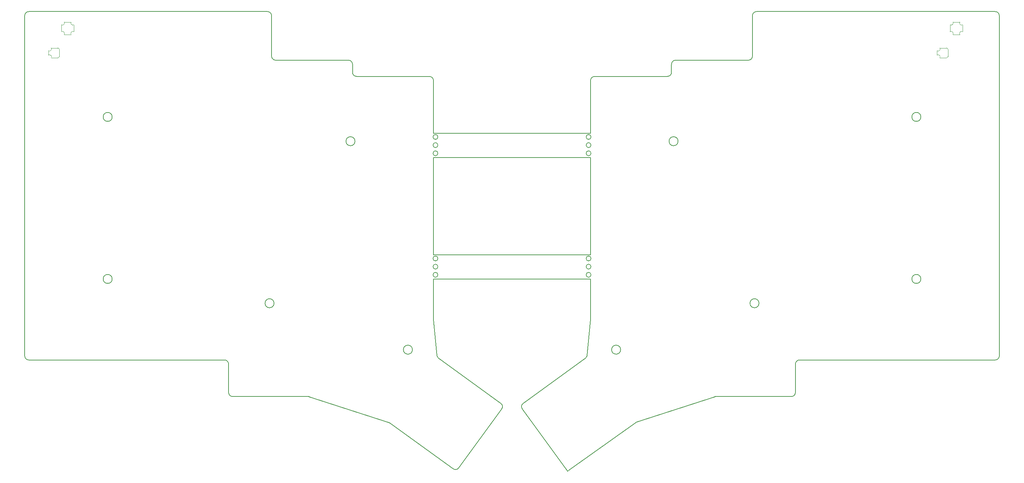
<source format=gm1>
%TF.GenerationSoftware,KiCad,Pcbnew,8.0.1*%
%TF.CreationDate,2024-04-22T06:21:47+12:00*%
%TF.ProjectId,main routed,6d61696e-2072-46f7-9574-65642e6b6963,v1.0.0*%
%TF.SameCoordinates,Original*%
%TF.FileFunction,Profile,NP*%
%FSLAX46Y46*%
G04 Gerber Fmt 4.6, Leading zero omitted, Abs format (unit mm)*
G04 Created by KiCad (PCBNEW 8.0.1) date 2024-04-22 06:21:47*
%MOMM*%
%LPD*%
G01*
G04 APERTURE LIST*
%TA.AperFunction,Profile*%
%ADD10C,0.150000*%
%TD*%
%TA.AperFunction,Profile*%
%ADD11C,0.120000*%
%TD*%
G04 APERTURE END LIST*
D10*
X166632000Y-93967600D02*
G75*
G02*
X165432000Y-93967600I-600000J0D01*
G01*
X165432000Y-93967600D02*
G75*
G02*
X166632000Y-93967600I600000J0D01*
G01*
X177475521Y-134131880D02*
X161315642Y-145689166D01*
X29352257Y-118785600D02*
X77132257Y-118785600D01*
X129240257Y-95967600D02*
G75*
G02*
X128040257Y-95967600I-600000J0D01*
G01*
X128040257Y-95967600D02*
G75*
G02*
X129240257Y-95967600I600000J0D01*
G01*
X128156663Y-108926382D02*
G75*
G02*
X128152256Y-108832610I995537J93782D01*
G01*
X206040000Y-44481200D02*
G75*
G02*
X205040000Y-45481200I-1000000J0D01*
G01*
X186280000Y-48443600D02*
G75*
G02*
X185280000Y-49443600I-1000000J0D01*
G01*
X216540000Y-119785600D02*
G75*
G02*
X217540000Y-118785600I1000000J0D01*
G01*
X88632257Y-44481200D02*
X88632257Y-34594000D01*
X29352257Y-118785600D02*
G75*
G02*
X28352300Y-117785600I43J1000000D01*
G01*
X107392257Y-45481200D02*
X89632257Y-45481200D01*
X129240257Y-68249600D02*
G75*
G02*
X128040257Y-68249600I-600000J0D01*
G01*
X128040257Y-68249600D02*
G75*
G02*
X129240257Y-68249600I600000J0D01*
G01*
X89232257Y-104917200D02*
G75*
G02*
X87032257Y-104917200I-1100000J0D01*
G01*
X87032257Y-104917200D02*
G75*
G02*
X89232257Y-104917200I1100000J0D01*
G01*
X87632257Y-33594000D02*
G75*
G02*
X88632300Y-34594000I43J-1000000D01*
G01*
X166632000Y-66249600D02*
G75*
G02*
X165432000Y-66249600I-600000J0D01*
G01*
X165432000Y-66249600D02*
G75*
G02*
X166632000Y-66249600I600000J0D01*
G01*
X247160000Y-59349600D02*
G75*
G02*
X244960000Y-59349600I-1100000J0D01*
G01*
X244960000Y-59349600D02*
G75*
G02*
X247160000Y-59349600I1100000J0D01*
G01*
X97819542Y-127729200D02*
X97802618Y-127781287D01*
X108392257Y-48443600D02*
X108392257Y-46481200D01*
X206040000Y-34594000D02*
X206040000Y-44481200D01*
X129240257Y-64249600D02*
G75*
G02*
X128040257Y-64249600I-600000J0D01*
G01*
X128040257Y-64249600D02*
G75*
G02*
X129240257Y-64249600I600000J0D01*
G01*
X165291166Y-118311800D02*
X150074949Y-129367029D01*
X177748226Y-133994211D02*
X196869639Y-127781287D01*
X166520000Y-63349600D02*
X166520000Y-50443600D01*
X185280000Y-49443600D02*
X167520000Y-49443600D01*
X128152257Y-63349600D02*
X128152257Y-50443600D01*
X216540000Y-126729200D02*
G75*
G02*
X215540000Y-127729200I-1000000J0D01*
G01*
X266320000Y-117785600D02*
X266320000Y-34594000D01*
X109392257Y-49443600D02*
G75*
G02*
X108392300Y-48443600I43J1000000D01*
G01*
X128152257Y-69255600D02*
X166520000Y-69255600D01*
X78132257Y-119785600D02*
X78132257Y-126729200D01*
X173850397Y-116264890D02*
G75*
G02*
X171650397Y-116264890I-1100000J0D01*
G01*
X171650397Y-116264890D02*
G75*
G02*
X173850397Y-116264890I1100000J0D01*
G01*
X166520000Y-63349600D02*
X128152257Y-63349600D01*
X29352257Y-33594000D02*
X87632257Y-33594000D01*
X117380974Y-134142681D02*
G75*
G02*
X117659738Y-134284726I-309074J-951119D01*
G01*
X128152257Y-98973600D02*
X166520000Y-98973600D01*
X129240257Y-93967600D02*
G75*
G02*
X128040257Y-93967600I-600000J0D01*
G01*
X128040257Y-93967600D02*
G75*
G02*
X129240257Y-93967600I600000J0D01*
G01*
X129240257Y-66249600D02*
G75*
G02*
X128040257Y-66249600I-600000J0D01*
G01*
X128040257Y-66249600D02*
G75*
G02*
X129240257Y-66249600I600000J0D01*
G01*
X97802618Y-127781287D02*
X117380974Y-134142681D01*
X49712257Y-59349600D02*
G75*
G02*
X47512257Y-59349600I-1100000J0D01*
G01*
X47512257Y-59349600D02*
G75*
G02*
X49712257Y-59349600I1100000J0D01*
G01*
X149853717Y-130763831D02*
X160911133Y-145983059D01*
X186280000Y-46481200D02*
G75*
G02*
X187280000Y-45481200I1000000J0D01*
G01*
X165698974Y-117596555D02*
G75*
G02*
X165291168Y-118311803I-995574J93755D01*
G01*
X127152257Y-49443600D02*
G75*
G02*
X128152300Y-50443600I43J-1000000D01*
G01*
X77132257Y-118785600D02*
G75*
G02*
X78132300Y-119785600I43J-1000000D01*
G01*
X186280000Y-46481200D02*
X186280000Y-48443600D01*
X49712257Y-98973600D02*
G75*
G02*
X47512257Y-98973600I-1100000J0D01*
G01*
X47512257Y-98973600D02*
G75*
G02*
X49712257Y-98973600I1100000J0D01*
G01*
X144597309Y-129367029D02*
X129381091Y-118311800D01*
X166632000Y-64249600D02*
G75*
G02*
X165432000Y-64249600I-600000J0D01*
G01*
X165432000Y-64249600D02*
G75*
G02*
X166632000Y-64249600I600000J0D01*
G01*
X117659742Y-134284720D02*
X132952107Y-145395274D01*
X217540000Y-118785600D02*
X265320000Y-118785600D01*
X166520000Y-108832610D02*
X166520000Y-98973600D01*
X144597309Y-129367030D02*
G75*
G02*
X144818484Y-130763790I-587809J-808970D01*
G01*
X166520000Y-93067600D02*
X166520000Y-69255600D01*
X166520000Y-50443600D02*
G75*
G02*
X167520000Y-49443600I1000000J0D01*
G01*
X79132257Y-127729200D02*
G75*
G02*
X78132300Y-126729200I43J1000000D01*
G01*
X166632000Y-95967600D02*
G75*
G02*
X165432000Y-95967600I-600000J0D01*
G01*
X165432000Y-95967600D02*
G75*
G02*
X166632000Y-95967600I600000J0D01*
G01*
X177475521Y-134131880D02*
G75*
G02*
X177748223Y-133994201I581779J-813420D01*
G01*
X266320000Y-117785600D02*
G75*
G02*
X265320000Y-118785600I-1000000J0D01*
G01*
X160911133Y-145983059D02*
X161315642Y-145689166D01*
X123021860Y-116264890D02*
G75*
G02*
X120821860Y-116264890I-1100000J0D01*
G01*
X120821860Y-116264890D02*
G75*
G02*
X123021860Y-116264890I1100000J0D01*
G01*
X149853717Y-130763831D02*
G75*
G02*
X150074916Y-129366983I808983J587831D01*
G01*
X28352257Y-117785600D02*
X28352257Y-34594000D01*
X28352257Y-34594000D02*
G75*
G02*
X29352257Y-33593957I1000043J0D01*
G01*
X79132257Y-127729200D02*
X97819542Y-127729200D01*
X187880000Y-65293200D02*
G75*
G02*
X185680000Y-65293200I-1100000J0D01*
G01*
X185680000Y-65293200D02*
G75*
G02*
X187880000Y-65293200I1100000J0D01*
G01*
X166632000Y-97967600D02*
G75*
G02*
X165432000Y-97967600I-600000J0D01*
G01*
X165432000Y-97967600D02*
G75*
G02*
X166632000Y-97967600I600000J0D01*
G01*
X107392257Y-45481200D02*
G75*
G02*
X108392300Y-46481200I43J-1000000D01*
G01*
X128152257Y-108832610D02*
X128152257Y-98973600D01*
X129240257Y-97967600D02*
G75*
G02*
X128040257Y-97967600I-600000J0D01*
G01*
X128040257Y-97967600D02*
G75*
G02*
X129240257Y-97967600I600000J0D01*
G01*
X166520000Y-93067600D02*
X128152257Y-93067600D01*
X216540000Y-126729200D02*
X216540000Y-119785600D01*
X207040000Y-33594000D02*
X265320000Y-33594000D01*
X127152257Y-49443600D02*
X109392257Y-49443600D01*
X134348910Y-145174043D02*
G75*
G02*
X132952107Y-145395273I-809010J587743D01*
G01*
X205040000Y-45481200D02*
X187280000Y-45481200D01*
X265320000Y-33594000D02*
G75*
G02*
X266320000Y-34594000I0J-1000000D01*
G01*
X247160000Y-98973600D02*
G75*
G02*
X244960000Y-98973600I-1100000J0D01*
G01*
X244960000Y-98973600D02*
G75*
G02*
X247160000Y-98973600I1100000J0D01*
G01*
X128152257Y-93067600D02*
X128152257Y-69255600D01*
X166520000Y-108832610D02*
G75*
G02*
X166515593Y-108926382I-1000000J10D01*
G01*
X166632000Y-68249600D02*
G75*
G02*
X165432000Y-68249600I-600000J0D01*
G01*
X165432000Y-68249600D02*
G75*
G02*
X166632000Y-68249600I600000J0D01*
G01*
X207640000Y-104917200D02*
G75*
G02*
X205440000Y-104917200I-1100000J0D01*
G01*
X205440000Y-104917200D02*
G75*
G02*
X207640000Y-104917200I1100000J0D01*
G01*
X108992257Y-65293200D02*
G75*
G02*
X106792257Y-65293200I-1100000J0D01*
G01*
X106792257Y-65293200D02*
G75*
G02*
X108992257Y-65293200I1100000J0D01*
G01*
X89632257Y-45481200D02*
G75*
G02*
X88632300Y-44481200I43J1000000D01*
G01*
X196869639Y-127781287D02*
X196852715Y-127729200D01*
X206040000Y-34594000D02*
G75*
G02*
X207040000Y-33594000I1000000J0D01*
G01*
X134348910Y-145174042D02*
X144818541Y-130763831D01*
X165698975Y-117596555D02*
X166515594Y-108926382D01*
X129381091Y-118311799D02*
G75*
G02*
X128973306Y-117596553I587809J808999D01*
G01*
X196852715Y-127729200D02*
X215540000Y-127729200D01*
X128973283Y-117596555D02*
X128156663Y-108926382D01*
D11*
%TO.C,xiao-ble2*%
X251131000Y-44219800D02*
X251131000Y-43178400D01*
X251816800Y-42492600D02*
X253417000Y-42492600D01*
X253417000Y-44905600D02*
X251816800Y-44905600D01*
X253798000Y-42873600D02*
X253798000Y-44524600D01*
X254306000Y-38504800D02*
X254306000Y-36828400D01*
X254991800Y-36142600D02*
X256668200Y-36142600D01*
X254991800Y-39190600D02*
X256668200Y-39190600D01*
X257354000Y-38504800D02*
X257354000Y-36828400D01*
X251131000Y-44219800D02*
G75*
G02*
X251816864Y-44905489I247800J-438001D01*
G01*
X251816800Y-42492600D02*
G75*
G02*
X251131111Y-43178464I-438001J-247800D01*
G01*
X253417000Y-42492600D02*
G75*
G02*
X253798000Y-42873600I1J-380999D01*
G01*
X253798000Y-44524600D02*
G75*
G02*
X253417000Y-44905600I-380999J-1D01*
G01*
X254306000Y-38504800D02*
G75*
G02*
X254991864Y-39190489I247800J-438001D01*
G01*
X254991800Y-36142600D02*
G75*
G02*
X254306111Y-36828464I-438001J-247800D01*
G01*
X256668200Y-39190600D02*
G75*
G02*
X257353889Y-38504737I438000J247800D01*
G01*
X257354000Y-36828400D02*
G75*
G02*
X256668271Y-36142474I-247700J438100D01*
G01*
%TO.C,xiao-ble1*%
X34143257Y-44219800D02*
X34143257Y-43178400D01*
X34829057Y-42492600D02*
X36429257Y-42492600D01*
X36429257Y-44905600D02*
X34829057Y-44905600D01*
X36810257Y-42873600D02*
X36810257Y-44524600D01*
X37318257Y-38504800D02*
X37318257Y-36828400D01*
X38004057Y-36142600D02*
X39680457Y-36142600D01*
X38004057Y-39190600D02*
X39680457Y-39190600D01*
X40366257Y-38504800D02*
X40366257Y-36828400D01*
X34143257Y-44219800D02*
G75*
G02*
X34829121Y-44905489I247800J-438001D01*
G01*
X34829057Y-42492600D02*
G75*
G02*
X34143368Y-43178464I-438001J-247800D01*
G01*
X36429257Y-42492600D02*
G75*
G02*
X36810257Y-42873600I1J-380999D01*
G01*
X36810257Y-44524600D02*
G75*
G02*
X36429257Y-44905600I-380999J-1D01*
G01*
X37318257Y-38504800D02*
G75*
G02*
X38004121Y-39190489I247800J-438001D01*
G01*
X38004057Y-36142600D02*
G75*
G02*
X37318368Y-36828464I-438001J-247800D01*
G01*
X39680457Y-39190600D02*
G75*
G02*
X40366146Y-38504737I438000J247800D01*
G01*
X40366257Y-36828400D02*
G75*
G02*
X39680528Y-36142474I-247700J438100D01*
G01*
%TD*%
M02*

</source>
